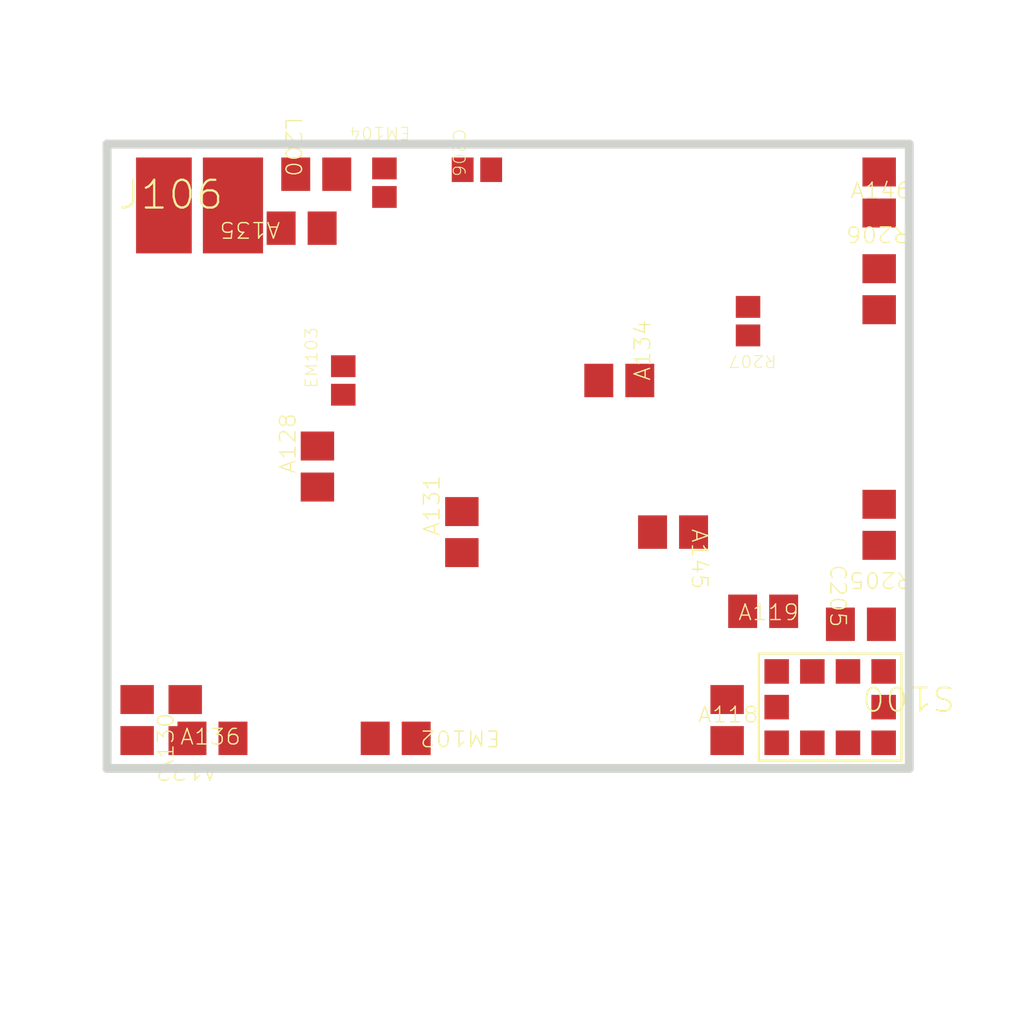
<source format=kicad_pcb>
 ( kicad_pcb  ( version 20171130 )
 ( host pcbnew "(5.1.0)-1" )
 ( general  ( thickness 1.6 )
 ( drawings 4 )
 ( tracks 0 )
 ( zones 0 )
 ( modules 22 )
 ( nets 21 )
)
 ( page A4 )
 ( layers  ( 0 F.Cu signal )
 ( 31 B.Cu signal )
 ( 32 B.Adhes user )
 ( 33 F.Adhes user )
 ( 34 B.Paste user )
 ( 35 F.Paste user )
 ( 36 B.SilkS user )
 ( 37 F.SilkS user )
 ( 38 B.Mask user )
 ( 39 F.Mask user )
 ( 40 Dwgs.User user )
 ( 41 Cmts.User user )
 ( 42 Eco1.User user )
 ( 43 Eco2.User user )
 ( 44 Edge.Cuts user )
 ( 45 Margin user )
 ( 46 B.CrtYd user )
 ( 47 F.CrtYd user )
 ( 48 B.Fab user )
 ( 49 F.Fab user )
)
 ( setup  ( last_trace_width 0.25 )
 ( trace_clearance 0.2 )
 ( zone_clearance 0.508 )
 ( zone_45_only no )
 ( trace_min 0.2 )
 ( via_size 0.8 )
 ( via_drill 0.4 )
 ( via_min_size 0.4 )
 ( via_min_drill 0.3 )
 ( uvia_size 0.3 )
 ( uvia_drill 0.1 )
 ( uvias_allowed no )
 ( uvia_min_size 0.2 )
 ( uvia_min_drill 0.1 )
 ( edge_width 0.05 )
 ( segment_width 0.2 )
 ( pcb_text_width 0.3 )
 ( pcb_text_size 1.5 1.5 )
 ( mod_edge_width 0.12 )
 ( mod_text_size 1 1 )
 ( mod_text_width 0.15 )
 ( pad_size 1.524 1.524 )
 ( pad_drill 0.762 )
 ( pad_to_mask_clearance 0.051 )
 ( solder_mask_min_width 0.25 )
 ( aux_axis_origin 0 0 )
 ( visible_elements FFFFFF7F )
 ( pcbplotparams  ( layerselection 0x010fc_ffffffff )
 ( usegerberextensions false )
 ( usegerberattributes false )
 ( usegerberadvancedattributes false )
 ( creategerberjobfile false )
 ( excludeedgelayer true )
 ( linewidth 0.150000 )
 ( plotframeref false )
 ( viasonmask false )
 ( mode 1 )
 ( useauxorigin false )
 ( hpglpennumber 1 )
 ( hpglpenspeed 20 )
 ( hpglpendiameter 15.000000 )
 ( psnegative false )
 ( psa4output false )
 ( plotreference true )
 ( plotvalue true )
 ( plotinvisibletext false )
 ( padsonsilk false )
 ( subtractmaskfromsilk false )
 ( outputformat 1 )
 ( mirror false )
 ( drillshape 1 )
 ( scaleselection 1 )
 ( outputdirectory "" )
)
)
 ( net 0 "" )
 ( net 1 CDC_MIC4_N )
 ( net 2 CDC_MIC4_P )
 ( net 3 GND )
 ( net 4 N17753078 )
 ( net 5 N17753084 )
 ( net 6 N17753221 )
 ( net 7 N17753329 )
 ( net 8 N17753375 )
 ( net 9 N17753406 )
 ( net 10 N17753412 )
 ( net 11 N17753435 )
 ( net 12 N17753447 )
 ( net 13 N17753582 )
 ( net 14 N17757419 )
 ( net 15 N17757474 )
 ( net 16 N17757493 )
 ( net 17 SDR_RFFE8_CLK )
 ( net 18 SDR_RFFE8_DATA )
 ( net 19 VREG_L15B_1P8 )
 ( net 20 WCD_MIC_BIAS4 )
 ( net_class Default "This is the default net class."  ( clearance 0.2 )
 ( trace_width 0.25 )
 ( via_dia 0.8 )
 ( via_drill 0.4 )
 ( uvia_dia 0.3 )
 ( uvia_drill 0.1 )
 ( add_net CDC_MIC4_N )
 ( add_net CDC_MIC4_P )
 ( add_net GND )
 ( add_net N17753078 )
 ( add_net N17753084 )
 ( add_net N17753221 )
 ( add_net N17753329 )
 ( add_net N17753375 )
 ( add_net N17753406 )
 ( add_net N17753412 )
 ( add_net N17753435 )
 ( add_net N17753447 )
 ( add_net N17753582 )
 ( add_net N17757419 )
 ( add_net N17757474 )
 ( add_net N17757493 )
 ( add_net SDR_RFFE8_CLK )
 ( add_net SDR_RFFE8_DATA )
 ( add_net VREG_L15B_1P8 )
 ( add_net WCD_MIC_BIAS4 )
)
 ( module ANT_1_0X1_7_P2_HT1_45_HD_1  ( layer F.Cu )
 ( tedit 0 )
 ( tstamp 682E8C7C )
 ( at 129.862500 385.687500 270.000000 )
 ( attr smd )
 ( fp_text reference J106  ( at -0.119265 0.14683 unlocked )
 ( layer F.SilkS )
 ( effects  ( font  ( size 0.311029 0.32715 )
 ( thickness 0.0254 )
)
)
)
 ( fp_text value KEY_2P_ANT_1_0X1_7_P2_HT1_45_HD  ( at -0.237065 -3.674508 unlocked )
 ( layer F.SilkS )
hide  ( effects  ( font  ( size 0.311029 0.32715 )
 ( thickness 0.0254 )
)
)
)
 ( pad 1 smd rect  ( at 0 -0.55 )
 ( size 0.675 1.075 )
 ( layers F.Cu F.Mask F.Paste )
 ( net 3 GND )
)
 ( pad 2 smd rect  ( at 0 0.225 )
 ( size 0.625 1.075 )
 ( layers F.Cu F.Mask F.Paste )
 ( net 3 GND )
)
)
 ( module IND0201-HT0_42_1  ( layer F.Cu )
 ( tedit 0 )
 ( tstamp 682E8C5F )
 ( at 131.360000 388.615000 90.000000 )
 ( attr smd )
 ( fp_text reference A128  ( at 0.25967 -0.332335 90 unlocked )
 ( layer F.SilkS )
 ( effects  ( font  ( size 0.174936 0.184002 )
 ( thickness 0.015 )
)
)
)
 ( fp_text value INDUCTOR_IND0201-HT0_42_3NH  ( at 0.133335 1.800023 unlocked )
 ( layer F.SilkS )
hide  ( effects  ( font  ( size 0.174936 0.184002 )
 ( thickness 0.015 )
)
)
)
 ( fp_line  ( start 0.23 0.884 )
 ( end 0.535 0.783 )
 ( layer B.Fab )
 ( width 0.0254 )
)
 ( fp_line  ( start 3.112 0.15 )
 ( end 3.213 0.455 )
 ( layer B.Fab )
 ( width 0.0254 )
)
 ( fp_line  ( start 3.112 0.76 )
 ( end 3.112 0.15 )
 ( layer B.Fab )
 ( width 0.0254 )
)
 ( fp_line  ( start 3.011 0.455 )
 ( end 3.112 0.15 )
 ( layer B.Fab )
 ( width 0.0254 )
)
 ( fp_line  ( start -0.046 0.15 )
 ( end 3.417 0.15 )
 ( layer B.Fab )
 ( width 0.0254 )
)
 ( fp_line  ( start 0.554 -0.15 )
 ( end 3.417 -0.15 )
 ( layer B.Fab )
 ( width 0.0254 )
)
 ( fp_line  ( start 3.011 -0.455 )
 ( end 3.112 -0.15 )
 ( layer B.Fab )
 ( width 0.0254 )
)
 ( fp_line  ( start 3.112 -0.15 )
 ( end 3.213 -0.455 )
 ( layer B.Fab )
 ( width 0.0254 )
)
 ( fp_line  ( start 3.112 -0.15 )
 ( end 3.112 -0.639 )
 ( layer B.Fab )
 ( width 0.0254 )
)
 ( fp_line  ( start 0.23 0.884 )
 ( end 0.535 0.985 )
 ( layer B.Fab )
 ( width 0.0254 )
)
 ( fp_line  ( start 0.3 1.39 )
 ( end 0.992 1.39 )
 ( layer B.Fab )
 ( width 0.0254 )
)
 ( fp_line  ( start -0.23 1.189 )
 ( end -0.23 0.254 )
 ( layer B.Fab )
 ( width 0.0254 )
)
 ( fp_line  ( start 0.3 1.39 )
 ( end 0.605 1.289 )
 ( layer B.Fab )
 ( width 0.0254 )
)
 ( fp_line  ( start 0.3 1.695 )
 ( end 0.3 0.104 )
 ( layer B.Fab )
 ( width 0.0254 )
)
 ( fp_line  ( start 0.23 1.189 )
 ( end 0.23 0.254 )
 ( layer B.Fab )
 ( width 0.0254 )
)
 ( fp_line  ( start -0.3 1.695 )
 ( end -0.3 0.404 )
 ( layer B.Fab )
 ( width 0.0254 )
)
 ( fp_line  ( start 0.3 1.39 )
 ( end 0.605 1.491 )
 ( layer B.Fab )
 ( width 0.0254 )
)
 ( fp_line  ( start 0.23 0.884 )
 ( end 1.002 0.884 )
 ( layer B.Fab )
 ( width 0.0254 )
)
 ( fp_line  ( start -0.535 0.783 )
 ( end -0.23 0.884 )
 ( layer B.Fab )
 ( width 0.0254 )
)
 ( fp_line  ( start -0.535 0.985 )
 ( end -0.23 0.884 )
 ( layer B.Fab )
 ( width 0.0254 )
)
 ( fp_line  ( start -0.84 0.884 )
 ( end -0.23 0.884 )
 ( layer B.Fab )
 ( width 0.0254 )
)
 ( fp_line  ( start -0.605 1.289 )
 ( end -0.3 1.39 )
 ( layer B.Fab )
 ( width 0.0254 )
)
 ( fp_line  ( start -0.605 1.491 )
 ( end -0.3 1.39 )
 ( layer B.Fab )
 ( width 0.0254 )
)
 ( fp_line  ( start -0.91 1.39 )
 ( end -0.3 1.39 )
 ( layer B.Fab )
 ( width 0.0254 )
)
 ( pad 1 smd rect  ( at -0.23 0 )
 ( size 0.375 0.325 )
 ( layers F.Cu F.Mask F.Paste )
 ( net 3 GND )
)
 ( pad 2 smd rect  ( at 0.23 0 )
 ( size 0.375 0.325 )
 ( layers F.Cu F.Mask F.Paste )
 ( net 8 N17753375 )
)
)
 ( module CAP01005_HT0_22_S0_38_1  ( layer F.Cu )
 ( tedit 0 )
 ( tstamp 682E8C5A )
 ( at 133.149452 385.287500 180.000000 )
 ( attr smd )
 ( fp_text reference C206  ( at 0.204 0.19204 270 unlocked )
 ( layer F.SilkS )
 ( effects  ( font  ( size 0.133299 0.140208 )
 ( thickness 0.01016 )
)
)
)
 ( fp_text value CAP_NP_CAP01005_HT0_22_S0_38_0.  ( at -0.1016 -1.5748 unlocked )
 ( layer F.SilkS )
hide  ( effects  ( font  ( size 0.133299 0.140208 )
 ( thickness 0.01016 )
)
)
)
 ( pad 1 smd rect  ( at -0.16 0 270.000000 )
 ( size 0.275 0.245 )
 ( layers F.Cu F.Mask F.Paste )
 ( net 20 WCD_MIC_BIAS4 )
)
 ( pad 2 smd rect  ( at 0.16 0 270.000000 )
 ( size 0.275 0.245 )
 ( layers F.Cu F.Mask F.Paste )
 ( net 3 GND )
)
)
 ( module CAP01005_HT0_22_NM_1  ( layer F.Cu )
 ( tedit 0 )
 ( tstamp 682E8C55 )
 ( at 131.650000 387.650000 90.000000 )
 ( attr smd )
 ( fp_text reference EM103  ( at 0.2548 -0.3566 90 unlocked )
 ( layer F.SilkS )
 ( effects  ( font  ( size 0.133299 0.140208 )
 ( thickness 0.01016 )
)
)
)
 ( fp_text value CAP_NM_CAP01005_HT0_22_NM_NM  ( at 0.1016 1.4224 unlocked )
 ( layer F.SilkS )
hide  ( effects  ( font  ( size 0.133299 0.140208 )
 ( thickness 0.01016 )
)
)
)
 ( pad 1 smd rect  ( at -0.16 0 )
 ( size 0.275 0.245 )
 ( layers F.Cu F.Mask F.Paste )
 ( net 11 N17753435 )
)
 ( pad 2 smd rect  ( at 0.16 0 )
 ( size 0.275 0.245 )
 ( layers F.Cu F.Mask F.Paste )
 ( net 3 GND )
)
)
 ( module CAP01005_HT0_22_NM_2  ( layer F.Cu )
 ( tedit 0 )
 ( tstamp 682E8C50 )
 ( at 132.111717 385.432500 90.000000 )
 ( attr smd )
 ( fp_text reference EM104  ( at 0.5596 -0.0518 180 unlocked )
 ( layer F.SilkS )
 ( effects  ( font  ( size 0.133299 0.140208 )
 ( thickness 0.01016 )
)
)
)
 ( fp_text value CAP_NM_CAP01005_HT0_22_NM_NM  ( at -1.4224 0.1016 unlocked )
 ( layer F.SilkS )
hide  ( effects  ( font  ( size 0.133299 0.140208 )
 ( thickness 0.01016 )
)
)
)
 ( pad 1 smd rect  ( at -0.16 0 270.000000 )
 ( size 0.245 0.275 )
 ( layers F.Cu F.Mask F.Paste )
 ( net 12 N17753447 )
)
 ( pad 2 smd rect  ( at 0.16 0 270.000000 )
 ( size 0.245 0.275 )
 ( layers F.Cu F.Mask F.Paste )
 ( net 3 GND )
)
)
 ( module RES01005_HT0_15_S0_38_1  ( layer F.Cu )
 ( tedit 0 )
 ( tstamp 682E8C4B )
 ( at 136.191000 386.985000 270.000000 )
 ( attr smd )
 ( fp_text reference R207  ( at 0.44784 -0.0518 180 unlocked )
 ( layer F.SilkS )
 ( effects  ( font  ( size 0.133299 0.140208 )
 ( thickness 0.01016 )
)
)
)
 ( fp_text value RES_RES01005_HT0_15_S0_38_0OHM  ( at -1.524 0.1016 unlocked )
 ( layer F.SilkS )
hide  ( effects  ( font  ( size 0.133299 0.140208 )
 ( thickness 0.01016 )
)
)
)
 ( pad 1 smd rect  ( at -0.16 0 90.000000 )
 ( size 0.245 0.275 )
 ( layers F.Cu F.Mask F.Paste )
 ( net 16 N17757493 )
)
 ( pad 2 smd rect  ( at 0.16 0 90.000000 )
 ( size 0.245 0.275 )
 ( layers F.Cu F.Mask F.Paste )
 ( net 3 GND )
)
)
 ( module CAP0201-HT0_33_NM_1  ( layer F.Cu )
 ( tedit 0 )
 ( tstamp 682E8C2E )
 ( at 134.746877 387.650000 )
 ( attr smd )
 ( fp_text reference A134  ( at 0.25967 -0.337335 90 unlocked )
 ( layer F.SilkS )
 ( effects  ( font  ( size 0.174936 0.184002 )
 ( thickness 0.015 )
)
)
)
 ( fp_text value CAP_NM_CAP0201-HT0_33_NM_NM  ( at 0.133335 1.800023 unlocked )
 ( layer F.SilkS )
hide  ( effects  ( font  ( size 0.174936 0.184002 )
 ( thickness 0.015 )
)
)
)
 ( fp_line  ( start 2.226 0.15 )
 ( end 2.328 0.455 )
 ( layer B.Fab )
 ( width 0.0254 )
)
 ( fp_line  ( start 0.23 0.636 )
 ( end 0.84 0.636 )
 ( layer B.Fab )
 ( width 0.0254 )
)
 ( fp_line  ( start 2.226 0.573 )
 ( end 2.226 0.15 )
 ( layer B.Fab )
 ( width 0.0254 )
)
 ( fp_line  ( start 2.125 0.455 )
 ( end 2.226 0.15 )
 ( layer B.Fab )
 ( width 0.0254 )
)
 ( fp_line  ( start 0.554 0.15 )
 ( end 2.48 0.15 )
 ( layer B.Fab )
 ( width 0.0254 )
)
 ( fp_line  ( start 0.23 0.636 )
 ( end 0.535 0.535 )
 ( layer B.Fab )
 ( width 0.0254 )
)
 ( fp_line  ( start 2.125 -0.455 )
 ( end 2.226 -0.15 )
 ( layer B.Fab )
 ( width 0.0254 )
)
 ( fp_line  ( start 0.554 -0.15 )
 ( end 2.48 -0.15 )
 ( layer B.Fab )
 ( width 0.0254 )
)
 ( fp_line  ( start 2.226 -0.15 )
 ( end 2.328 -0.455 )
 ( layer B.Fab )
 ( width 0.0254 )
)
 ( fp_line  ( start 2.226 -0.15 )
 ( end 2.226 -0.76 )
 ( layer B.Fab )
 ( width 0.0254 )
)
 ( fp_line  ( start 0.23 0.89 )
 ( end 0.23 0.254 )
 ( layer B.Fab )
 ( width 0.0254 )
)
 ( fp_line  ( start 0.3 1.272 )
 ( end 0.91 1.272 )
 ( layer B.Fab )
 ( width 0.0254 )
)
 ( fp_line  ( start -0.23 0.89 )
 ( end -0.23 0.254 )
 ( layer B.Fab )
 ( width 0.0254 )
)
 ( fp_line  ( start 0.3 1.272 )
 ( end 0.605 1.171 )
 ( layer B.Fab )
 ( width 0.0254 )
)
 ( fp_line  ( start 0.3 1.272 )
 ( end 0.605 1.374 )
 ( layer B.Fab )
 ( width 0.0254 )
)
 ( fp_line  ( start -0.3 1.526 )
 ( end -0.3 0.404 )
 ( layer B.Fab )
 ( width 0.0254 )
)
 ( fp_line  ( start -0.535 0.535 )
 ( end -0.23 0.636 )
 ( layer B.Fab )
 ( width 0.0254 )
)
 ( fp_line  ( start -0.535 0.738 )
 ( end -0.23 0.636 )
 ( layer B.Fab )
 ( width 0.0254 )
)
 ( fp_line  ( start -0.841 0.636 )
 ( end -0.23 0.636 )
 ( layer B.Fab )
 ( width 0.0254 )
)
 ( fp_line  ( start -0.605 1.171 )
 ( end -0.3 1.272 )
 ( layer B.Fab )
 ( width 0.0254 )
)
 ( fp_line  ( start -0.605 1.374 )
 ( end -0.3 1.272 )
 ( layer B.Fab )
 ( width 0.0254 )
)
 ( fp_line  ( start -0.841 1.272 )
 ( end -0.3 1.272 )
 ( layer B.Fab )
 ( width 0.0254 )
)
 ( fp_line  ( start 0.23 0.636 )
 ( end 0.535 0.738 )
 ( layer B.Fab )
 ( width 0.0254 )
)
 ( fp_line  ( start 0.3 1.526 )
 ( end 0.3 0.404 )
 ( layer B.Fab )
 ( width 0.0254 )
)
 ( pad 1 smd rect  ( at -0.23 0 270.000000 )
 ( size 0.375 0.325 )
 ( layers F.Cu F.Mask F.Paste )
 ( net 13 N17753582 )
)
 ( pad 2 smd rect  ( at 0.23 0 270.000000 )
 ( size 0.375 0.325 )
 ( layers F.Cu F.Mask F.Paste )
 ( net 3 GND )
)
)
 ( module CAP0201-HT0_33_NM_2  ( layer F.Cu )
 ( tedit 0 )
 ( tstamp 682E8C11 )
 ( at 131.182819 385.942562 180.000000 )
 ( attr smd )
 ( fp_text reference A135  ( at 0.57967 -0.017335 180 unlocked )
 ( layer F.SilkS )
 ( effects  ( font  ( size 0.174936 0.184002 )
 ( thickness 0.015 )
)
)
)
 ( fp_text value CAP_NM_CAP0201-HT0_33_NM_NM  ( at -1.800023 0.133335 unlocked )
 ( layer F.SilkS )
hide  ( effects  ( font  ( size 0.174936 0.184002 )
 ( thickness 0.015 )
)
)
)
 ( fp_line  ( start 2.226 0.15 )
 ( end 2.328 0.455 )
 ( layer B.Fab )
 ( width 0.0254 )
)
 ( fp_line  ( start 0.23 0.636 )
 ( end 0.84 0.636 )
 ( layer B.Fab )
 ( width 0.0254 )
)
 ( fp_line  ( start 2.226 0.573 )
 ( end 2.226 0.15 )
 ( layer B.Fab )
 ( width 0.0254 )
)
 ( fp_line  ( start 2.125 0.455 )
 ( end 2.226 0.15 )
 ( layer B.Fab )
 ( width 0.0254 )
)
 ( fp_line  ( start 0.554 0.15 )
 ( end 2.48 0.15 )
 ( layer B.Fab )
 ( width 0.0254 )
)
 ( fp_line  ( start 0.23 0.636 )
 ( end 0.535 0.535 )
 ( layer B.Fab )
 ( width 0.0254 )
)
 ( fp_line  ( start 2.125 -0.455 )
 ( end 2.226 -0.15 )
 ( layer B.Fab )
 ( width 0.0254 )
)
 ( fp_line  ( start 0.554 -0.15 )
 ( end 2.48 -0.15 )
 ( layer B.Fab )
 ( width 0.0254 )
)
 ( fp_line  ( start 2.226 -0.15 )
 ( end 2.328 -0.455 )
 ( layer B.Fab )
 ( width 0.0254 )
)
 ( fp_line  ( start 2.226 -0.15 )
 ( end 2.226 -0.76 )
 ( layer B.Fab )
 ( width 0.0254 )
)
 ( fp_line  ( start 0.23 0.89 )
 ( end 0.23 0.254 )
 ( layer B.Fab )
 ( width 0.0254 )
)
 ( fp_line  ( start 0.3 1.272 )
 ( end 0.91 1.272 )
 ( layer B.Fab )
 ( width 0.0254 )
)
 ( fp_line  ( start -0.23 0.89 )
 ( end -0.23 0.254 )
 ( layer B.Fab )
 ( width 0.0254 )
)
 ( fp_line  ( start 0.3 1.272 )
 ( end 0.605 1.171 )
 ( layer B.Fab )
 ( width 0.0254 )
)
 ( fp_line  ( start 0.3 1.272 )
 ( end 0.605 1.374 )
 ( layer B.Fab )
 ( width 0.0254 )
)
 ( fp_line  ( start -0.3 1.526 )
 ( end -0.3 0.404 )
 ( layer B.Fab )
 ( width 0.0254 )
)
 ( fp_line  ( start -0.535 0.535 )
 ( end -0.23 0.636 )
 ( layer B.Fab )
 ( width 0.0254 )
)
 ( fp_line  ( start -0.535 0.738 )
 ( end -0.23 0.636 )
 ( layer B.Fab )
 ( width 0.0254 )
)
 ( fp_line  ( start -0.841 0.636 )
 ( end -0.23 0.636 )
 ( layer B.Fab )
 ( width 0.0254 )
)
 ( fp_line  ( start -0.605 1.171 )
 ( end -0.3 1.272 )
 ( layer B.Fab )
 ( width 0.0254 )
)
 ( fp_line  ( start -0.605 1.374 )
 ( end -0.3 1.272 )
 ( layer B.Fab )
 ( width 0.0254 )
)
 ( fp_line  ( start -0.841 1.272 )
 ( end -0.3 1.272 )
 ( layer B.Fab )
 ( width 0.0254 )
)
 ( fp_line  ( start 0.23 0.636 )
 ( end 0.535 0.738 )
 ( layer B.Fab )
 ( width 0.0254 )
)
 ( fp_line  ( start 0.3 1.526 )
 ( end 0.3 0.404 )
 ( layer B.Fab )
 ( width 0.0254 )
)
 ( pad 1 smd rect  ( at -0.23 0 )
 ( size 0.325 0.375 )
 ( layers F.Cu F.Mask F.Paste )
 ( net 4 N17753078 )
)
 ( pad 2 smd rect  ( at 0.23 0 )
 ( size 0.325 0.375 )
 ( layers F.Cu F.Mask F.Paste )
 ( net 3 GND )
)
)
 ( module CAP0201-HT0_33_1  ( layer F.Cu )
 ( tedit 0 )
 ( tstamp 682E8BF4 )
 ( at 129.337500 391.457500 270.000000 )
 ( attr smd )
 ( fp_text reference A130  ( at 0.25767 -0.321335 90 unlocked )
 ( layer F.SilkS )
 ( effects  ( font  ( size 0.174936 0.184002 )
 ( thickness 0.015 )
)
)
)
 ( fp_text value CAP_NP_CAP0201-HT0_33_0.4PF  ( at 0.133335 1.800023 unlocked )
 ( layer F.SilkS )
hide  ( effects  ( font  ( size 0.174936 0.184002 )
 ( thickness 0.015 )
)
)
)
 ( fp_line  ( start 2.226 0.15 )
 ( end 2.328 0.455 )
 ( layer B.Fab )
 ( width 0.0254 )
)
 ( fp_line  ( start 0.23 0.636 )
 ( end 0.84 0.636 )
 ( layer B.Fab )
 ( width 0.0254 )
)
 ( fp_line  ( start 2.226 0.573 )
 ( end 2.226 0.15 )
 ( layer B.Fab )
 ( width 0.0254 )
)
 ( fp_line  ( start 2.125 0.455 )
 ( end 2.226 0.15 )
 ( layer B.Fab )
 ( width 0.0254 )
)
 ( fp_line  ( start 0.554 0.15 )
 ( end 2.48 0.15 )
 ( layer B.Fab )
 ( width 0.0254 )
)
 ( fp_line  ( start 0.23 0.636 )
 ( end 0.535 0.535 )
 ( layer B.Fab )
 ( width 0.0254 )
)
 ( fp_line  ( start 2.125 -0.455 )
 ( end 2.226 -0.15 )
 ( layer B.Fab )
 ( width 0.0254 )
)
 ( fp_line  ( start 0.554 -0.15 )
 ( end 2.48 -0.15 )
 ( layer B.Fab )
 ( width 0.0254 )
)
 ( fp_line  ( start 2.226 -0.15 )
 ( end 2.328 -0.455 )
 ( layer B.Fab )
 ( width 0.0254 )
)
 ( fp_line  ( start 2.226 -0.15 )
 ( end 2.226 -0.76 )
 ( layer B.Fab )
 ( width 0.0254 )
)
 ( fp_line  ( start 0.23 0.89 )
 ( end 0.23 0.254 )
 ( layer B.Fab )
 ( width 0.0254 )
)
 ( fp_line  ( start 0.3 1.272 )
 ( end 0.91 1.272 )
 ( layer B.Fab )
 ( width 0.0254 )
)
 ( fp_line  ( start -0.23 0.89 )
 ( end -0.23 0.254 )
 ( layer B.Fab )
 ( width 0.0254 )
)
 ( fp_line  ( start 0.3 1.272 )
 ( end 0.605 1.171 )
 ( layer B.Fab )
 ( width 0.0254 )
)
 ( fp_line  ( start 0.3 1.272 )
 ( end 0.605 1.374 )
 ( layer B.Fab )
 ( width 0.0254 )
)
 ( fp_line  ( start -0.3 1.526 )
 ( end -0.3 0.404 )
 ( layer B.Fab )
 ( width 0.0254 )
)
 ( fp_line  ( start -0.535 0.535 )
 ( end -0.23 0.636 )
 ( layer B.Fab )
 ( width 0.0254 )
)
 ( fp_line  ( start -0.535 0.738 )
 ( end -0.23 0.636 )
 ( layer B.Fab )
 ( width 0.0254 )
)
 ( fp_line  ( start -0.841 0.636 )
 ( end -0.23 0.636 )
 ( layer B.Fab )
 ( width 0.0254 )
)
 ( fp_line  ( start -0.605 1.171 )
 ( end -0.3 1.272 )
 ( layer B.Fab )
 ( width 0.0254 )
)
 ( fp_line  ( start -0.605 1.374 )
 ( end -0.3 1.272 )
 ( layer B.Fab )
 ( width 0.0254 )
)
 ( fp_line  ( start -0.841 1.272 )
 ( end -0.3 1.272 )
 ( layer B.Fab )
 ( width 0.0254 )
)
 ( fp_line  ( start 0.23 0.636 )
 ( end 0.535 0.738 )
 ( layer B.Fab )
 ( width 0.0254 )
)
 ( fp_line  ( start 0.3 1.526 )
 ( end 0.3 0.404 )
 ( layer B.Fab )
 ( width 0.0254 )
)
 ( pad 1 smd rect  ( at -0.23 0 180.000000 )
 ( size 0.375 0.325 )
 ( layers F.Cu F.Mask F.Paste )
 ( net 10 N17753412 )
)
 ( pad 2 smd rect  ( at 0.23 0 180.000000 )
 ( size 0.375 0.325 )
 ( layers F.Cu F.Mask F.Paste )
 ( net 4 N17753078 )
)
)
 ( module CAP0201-HT0_33_3  ( layer F.Cu )
 ( tedit 0 )
 ( tstamp 682E8BD7 )
 ( at 132.238118 391.662500 )
 ( attr smd )
 ( fp_text reference EM102  ( at 0.724338 -0.001335 180 unlocked )
 ( layer F.SilkS )
 ( effects  ( font  ( size 0.174936 0.184002 )
 ( thickness 0.015 )
)
)
)
 ( fp_text value CAP_NP_CAP0201-HT0_33_100PF  ( at -1.800023 0.133335 unlocked )
 ( layer F.SilkS )
hide  ( effects  ( font  ( size 0.174936 0.184002 )
 ( thickness 0.015 )
)
)
)
 ( fp_line  ( start 2.226 0.15 )
 ( end 2.328 0.455 )
 ( layer B.Fab )
 ( width 0.0254 )
)
 ( fp_line  ( start 0.23 0.636 )
 ( end 0.84 0.636 )
 ( layer B.Fab )
 ( width 0.0254 )
)
 ( fp_line  ( start 2.226 0.573 )
 ( end 2.226 0.15 )
 ( layer B.Fab )
 ( width 0.0254 )
)
 ( fp_line  ( start 2.125 0.455 )
 ( end 2.226 0.15 )
 ( layer B.Fab )
 ( width 0.0254 )
)
 ( fp_line  ( start 0.554 0.15 )
 ( end 2.48 0.15 )
 ( layer B.Fab )
 ( width 0.0254 )
)
 ( fp_line  ( start 0.23 0.636 )
 ( end 0.535 0.535 )
 ( layer B.Fab )
 ( width 0.0254 )
)
 ( fp_line  ( start 2.125 -0.455 )
 ( end 2.226 -0.15 )
 ( layer B.Fab )
 ( width 0.0254 )
)
 ( fp_line  ( start 0.554 -0.15 )
 ( end 2.48 -0.15 )
 ( layer B.Fab )
 ( width 0.0254 )
)
 ( fp_line  ( start 2.226 -0.15 )
 ( end 2.328 -0.455 )
 ( layer B.Fab )
 ( width 0.0254 )
)
 ( fp_line  ( start 2.226 -0.15 )
 ( end 2.226 -0.76 )
 ( layer B.Fab )
 ( width 0.0254 )
)
 ( fp_line  ( start 0.23 0.89 )
 ( end 0.23 0.254 )
 ( layer B.Fab )
 ( width 0.0254 )
)
 ( fp_line  ( start 0.3 1.272 )
 ( end 0.91 1.272 )
 ( layer B.Fab )
 ( width 0.0254 )
)
 ( fp_line  ( start -0.23 0.89 )
 ( end -0.23 0.254 )
 ( layer B.Fab )
 ( width 0.0254 )
)
 ( fp_line  ( start 0.3 1.272 )
 ( end 0.605 1.171 )
 ( layer B.Fab )
 ( width 0.0254 )
)
 ( fp_line  ( start 0.3 1.272 )
 ( end 0.605 1.374 )
 ( layer B.Fab )
 ( width 0.0254 )
)
 ( fp_line  ( start -0.3 1.526 )
 ( end -0.3 0.404 )
 ( layer B.Fab )
 ( width 0.0254 )
)
 ( fp_line  ( start -0.535 0.535 )
 ( end -0.23 0.636 )
 ( layer B.Fab )
 ( width 0.0254 )
)
 ( fp_line  ( start -0.535 0.738 )
 ( end -0.23 0.636 )
 ( layer B.Fab )
 ( width 0.0254 )
)
 ( fp_line  ( start -0.841 0.636 )
 ( end -0.23 0.636 )
 ( layer B.Fab )
 ( width 0.0254 )
)
 ( fp_line  ( start -0.605 1.171 )
 ( end -0.3 1.272 )
 ( layer B.Fab )
 ( width 0.0254 )
)
 ( fp_line  ( start -0.605 1.374 )
 ( end -0.3 1.272 )
 ( layer B.Fab )
 ( width 0.0254 )
)
 ( fp_line  ( start -0.841 1.272 )
 ( end -0.3 1.272 )
 ( layer B.Fab )
 ( width 0.0254 )
)
 ( fp_line  ( start 0.23 0.636 )
 ( end 0.535 0.738 )
 ( layer B.Fab )
 ( width 0.0254 )
)
 ( fp_line  ( start 0.3 1.526 )
 ( end 0.3 0.404 )
 ( layer B.Fab )
 ( width 0.0254 )
)
 ( pad 1 smd rect  ( at -0.23 0 180.000000 )
 ( size 0.325 0.375 )
 ( layers F.Cu F.Mask F.Paste )
 ( net 9 N17753406 )
)
 ( pad 2 smd rect  ( at 0.23 0 180.000000 )
 ( size 0.325 0.375 )
 ( layers F.Cu F.Mask F.Paste )
 ( net 3 GND )
)
)
 ( module CAP0201-HT0_33_4  ( layer F.Cu )
 ( tedit 0 )
 ( tstamp 682E8BBA )
 ( at 137.457500 390.383851 180.000000 )
 ( attr smd )
 ( fp_text reference C205  ( at 0.25767 0.318665 270 unlocked )
 ( layer F.SilkS )
 ( effects  ( font  ( size 0.174936 0.184002 )
 ( thickness 0.015 )
)
)
)
 ( fp_text value CAP_NP_CAP0201-HT0_33_33PF  ( at -0.133335 -1.733355 unlocked )
 ( layer F.SilkS )
hide  ( effects  ( font  ( size 0.174936 0.184002 )
 ( thickness 0.015 )
)
)
)
 ( fp_line  ( start 2.226 0.15 )
 ( end 2.328 0.455 )
 ( layer B.Fab )
 ( width 0.0254 )
)
 ( fp_line  ( start 0.23 0.636 )
 ( end 0.84 0.636 )
 ( layer B.Fab )
 ( width 0.0254 )
)
 ( fp_line  ( start 2.226 0.573 )
 ( end 2.226 0.15 )
 ( layer B.Fab )
 ( width 0.0254 )
)
 ( fp_line  ( start 2.125 0.455 )
 ( end 2.226 0.15 )
 ( layer B.Fab )
 ( width 0.0254 )
)
 ( fp_line  ( start 0.554 0.15 )
 ( end 2.48 0.15 )
 ( layer B.Fab )
 ( width 0.0254 )
)
 ( fp_line  ( start 0.23 0.636 )
 ( end 0.535 0.535 )
 ( layer B.Fab )
 ( width 0.0254 )
)
 ( fp_line  ( start 2.125 -0.455 )
 ( end 2.226 -0.15 )
 ( layer B.Fab )
 ( width 0.0254 )
)
 ( fp_line  ( start 0.554 -0.15 )
 ( end 2.48 -0.15 )
 ( layer B.Fab )
 ( width 0.0254 )
)
 ( fp_line  ( start 2.226 -0.15 )
 ( end 2.328 -0.455 )
 ( layer B.Fab )
 ( width 0.0254 )
)
 ( fp_line  ( start 2.226 -0.15 )
 ( end 2.226 -0.76 )
 ( layer B.Fab )
 ( width 0.0254 )
)
 ( fp_line  ( start 0.23 0.89 )
 ( end 0.23 0.254 )
 ( layer B.Fab )
 ( width 0.0254 )
)
 ( fp_line  ( start 0.3 1.272 )
 ( end 0.91 1.272 )
 ( layer B.Fab )
 ( width 0.0254 )
)
 ( fp_line  ( start -0.23 0.89 )
 ( end -0.23 0.254 )
 ( layer B.Fab )
 ( width 0.0254 )
)
 ( fp_line  ( start 0.3 1.272 )
 ( end 0.605 1.171 )
 ( layer B.Fab )
 ( width 0.0254 )
)
 ( fp_line  ( start 0.3 1.272 )
 ( end 0.605 1.374 )
 ( layer B.Fab )
 ( width 0.0254 )
)
 ( fp_line  ( start -0.3 1.526 )
 ( end -0.3 0.404 )
 ( layer B.Fab )
 ( width 0.0254 )
)
 ( fp_line  ( start -0.535 0.535 )
 ( end -0.23 0.636 )
 ( layer B.Fab )
 ( width 0.0254 )
)
 ( fp_line  ( start -0.535 0.738 )
 ( end -0.23 0.636 )
 ( layer B.Fab )
 ( width 0.0254 )
)
 ( fp_line  ( start -0.841 0.636 )
 ( end -0.23 0.636 )
 ( layer B.Fab )
 ( width 0.0254 )
)
 ( fp_line  ( start -0.605 1.171 )
 ( end -0.3 1.272 )
 ( layer B.Fab )
 ( width 0.0254 )
)
 ( fp_line  ( start -0.605 1.374 )
 ( end -0.3 1.272 )
 ( layer B.Fab )
 ( width 0.0254 )
)
 ( fp_line  ( start -0.841 1.272 )
 ( end -0.3 1.272 )
 ( layer B.Fab )
 ( width 0.0254 )
)
 ( fp_line  ( start 0.23 0.636 )
 ( end 0.535 0.738 )
 ( layer B.Fab )
 ( width 0.0254 )
)
 ( fp_line  ( start 0.3 1.526 )
 ( end 0.3 0.404 )
 ( layer B.Fab )
 ( width 0.0254 )
)
 ( pad 1 smd rect  ( at -0.23 0 270.000000 )
 ( size 0.375 0.325 )
 ( layers F.Cu F.Mask F.Paste )
 ( net 2 CDC_MIC4_P )
)
 ( pad 2 smd rect  ( at 0.23 0 270.000000 )
 ( size 0.375 0.325 )
 ( layers F.Cu F.Mask F.Paste )
 ( net 1 CDC_MIC4_N )
)
)
 ( module IND0201-HT0_35_1  ( layer F.Cu )
 ( tedit 0 )
 ( tstamp 682E8B9D )
 ( at 129.877000 391.458000 270.000000 )
 ( attr smd )
 ( fp_text reference A122  ( at 0.57967 -0.012335 180 unlocked )
 ( layer F.SilkS )
 ( effects  ( font  ( size 0.174936 0.184002 )
 ( thickness 0.015 )
)
)
)
 ( fp_text value INDUCTOR_IND0201-HT0_35_1NH  ( at -1.800023 0.133335 unlocked )
 ( layer F.SilkS )
hide  ( effects  ( font  ( size 0.174936 0.184002 )
 ( thickness 0.015 )
)
)
)
 ( fp_line  ( start 0.23 0.884 )
 ( end 0.535 0.783 )
 ( layer B.Fab )
 ( width 0.0254 )
)
 ( fp_line  ( start 3.112 0.15 )
 ( end 3.213 0.455 )
 ( layer B.Fab )
 ( width 0.0254 )
)
 ( fp_line  ( start 3.112 0.76 )
 ( end 3.112 0.15 )
 ( layer B.Fab )
 ( width 0.0254 )
)
 ( fp_line  ( start 3.011 0.455 )
 ( end 3.112 0.15 )
 ( layer B.Fab )
 ( width 0.0254 )
)
 ( fp_line  ( start -0.046 0.15 )
 ( end 3.417 0.15 )
 ( layer B.Fab )
 ( width 0.0254 )
)
 ( fp_line  ( start 0.554 -0.15 )
 ( end 3.417 -0.15 )
 ( layer B.Fab )
 ( width 0.0254 )
)
 ( fp_line  ( start 3.011 -0.455 )
 ( end 3.112 -0.15 )
 ( layer B.Fab )
 ( width 0.0254 )
)
 ( fp_line  ( start 3.112 -0.15 )
 ( end 3.213 -0.455 )
 ( layer B.Fab )
 ( width 0.0254 )
)
 ( fp_line  ( start 3.112 -0.15 )
 ( end 3.112 -0.639 )
 ( layer B.Fab )
 ( width 0.0254 )
)
 ( fp_line  ( start 0.23 0.884 )
 ( end 0.535 0.985 )
 ( layer B.Fab )
 ( width 0.0254 )
)
 ( fp_line  ( start 0.3 1.39 )
 ( end 0.992 1.39 )
 ( layer B.Fab )
 ( width 0.0254 )
)
 ( fp_line  ( start -0.23 1.189 )
 ( end -0.23 0.254 )
 ( layer B.Fab )
 ( width 0.0254 )
)
 ( fp_line  ( start 0.3 1.39 )
 ( end 0.605 1.289 )
 ( layer B.Fab )
 ( width 0.0254 )
)
 ( fp_line  ( start 0.3 1.695 )
 ( end 0.3 0.104 )
 ( layer B.Fab )
 ( width 0.0254 )
)
 ( fp_line  ( start 0.23 1.189 )
 ( end 0.23 0.254 )
 ( layer B.Fab )
 ( width 0.0254 )
)
 ( fp_line  ( start -0.3 1.695 )
 ( end -0.3 0.404 )
 ( layer B.Fab )
 ( width 0.0254 )
)
 ( fp_line  ( start 0.3 1.39 )
 ( end 0.605 1.491 )
 ( layer B.Fab )
 ( width 0.0254 )
)
 ( fp_line  ( start 0.23 0.884 )
 ( end 1.002 0.884 )
 ( layer B.Fab )
 ( width 0.0254 )
)
 ( fp_line  ( start -0.535 0.783 )
 ( end -0.23 0.884 )
 ( layer B.Fab )
 ( width 0.0254 )
)
 ( fp_line  ( start -0.535 0.985 )
 ( end -0.23 0.884 )
 ( layer B.Fab )
 ( width 0.0254 )
)
 ( fp_line  ( start -0.84 0.884 )
 ( end -0.23 0.884 )
 ( layer B.Fab )
 ( width 0.0254 )
)
 ( fp_line  ( start -0.605 1.289 )
 ( end -0.3 1.39 )
 ( layer B.Fab )
 ( width 0.0254 )
)
 ( fp_line  ( start -0.605 1.491 )
 ( end -0.3 1.39 )
 ( layer B.Fab )
 ( width 0.0254 )
)
 ( fp_line  ( start -0.91 1.39 )
 ( end -0.3 1.39 )
 ( layer B.Fab )
 ( width 0.0254 )
)
 ( pad 1 smd rect  ( at -0.23 0 90.000000 )
 ( size 0.325 0.375 )
 ( layers F.Cu F.Mask F.Paste )
 ( net 4 N17753078 )
)
 ( pad 2 smd rect  ( at 0.23 0 90.000000 )
 ( size 0.325 0.375 )
 ( layers F.Cu F.Mask F.Paste )
 ( net 5 N17753084 )
)
)
 ( module IND0201-HT0_35_2  ( layer F.Cu )
 ( tedit 0 )
 ( tstamp 682E8B80 )
 ( at 135.956571 391.457500 270.000000 )
 ( attr smd )
 ( fp_text reference A118  ( at -0.06033 -0.012335 unlocked )
 ( layer F.SilkS )
 ( effects  ( font  ( size 0.174936 0.184002 )
 ( thickness 0.015 )
)
)
)
 ( fp_text value INDUCTOR_IND0201-HT0_35_11NH  ( at 1.86669 -0.133335 unlocked )
 ( layer F.SilkS )
hide  ( effects  ( font  ( size 0.174936 0.184002 )
 ( thickness 0.015 )
)
)
)
 ( fp_line  ( start 0.23 0.884 )
 ( end 0.535 0.783 )
 ( layer B.Fab )
 ( width 0.0254 )
)
 ( fp_line  ( start 3.112 0.15 )
 ( end 3.213 0.455 )
 ( layer B.Fab )
 ( width 0.0254 )
)
 ( fp_line  ( start 3.112 0.76 )
 ( end 3.112 0.15 )
 ( layer B.Fab )
 ( width 0.0254 )
)
 ( fp_line  ( start 3.011 0.455 )
 ( end 3.112 0.15 )
 ( layer B.Fab )
 ( width 0.0254 )
)
 ( fp_line  ( start -0.046 0.15 )
 ( end 3.417 0.15 )
 ( layer B.Fab )
 ( width 0.0254 )
)
 ( fp_line  ( start 0.554 -0.15 )
 ( end 3.417 -0.15 )
 ( layer B.Fab )
 ( width 0.0254 )
)
 ( fp_line  ( start 3.011 -0.455 )
 ( end 3.112 -0.15 )
 ( layer B.Fab )
 ( width 0.0254 )
)
 ( fp_line  ( start 3.112 -0.15 )
 ( end 3.213 -0.455 )
 ( layer B.Fab )
 ( width 0.0254 )
)
 ( fp_line  ( start 3.112 -0.15 )
 ( end 3.112 -0.639 )
 ( layer B.Fab )
 ( width 0.0254 )
)
 ( fp_line  ( start 0.23 0.884 )
 ( end 0.535 0.985 )
 ( layer B.Fab )
 ( width 0.0254 )
)
 ( fp_line  ( start 0.3 1.39 )
 ( end 0.992 1.39 )
 ( layer B.Fab )
 ( width 0.0254 )
)
 ( fp_line  ( start -0.23 1.189 )
 ( end -0.23 0.254 )
 ( layer B.Fab )
 ( width 0.0254 )
)
 ( fp_line  ( start 0.3 1.39 )
 ( end 0.605 1.289 )
 ( layer B.Fab )
 ( width 0.0254 )
)
 ( fp_line  ( start 0.3 1.695 )
 ( end 0.3 0.104 )
 ( layer B.Fab )
 ( width 0.0254 )
)
 ( fp_line  ( start 0.23 1.189 )
 ( end 0.23 0.254 )
 ( layer B.Fab )
 ( width 0.0254 )
)
 ( fp_line  ( start -0.3 1.695 )
 ( end -0.3 0.404 )
 ( layer B.Fab )
 ( width 0.0254 )
)
 ( fp_line  ( start 0.3 1.39 )
 ( end 0.605 1.491 )
 ( layer B.Fab )
 ( width 0.0254 )
)
 ( fp_line  ( start 0.23 0.884 )
 ( end 1.002 0.884 )
 ( layer B.Fab )
 ( width 0.0254 )
)
 ( fp_line  ( start -0.535 0.783 )
 ( end -0.23 0.884 )
 ( layer B.Fab )
 ( width 0.0254 )
)
 ( fp_line  ( start -0.535 0.985 )
 ( end -0.23 0.884 )
 ( layer B.Fab )
 ( width 0.0254 )
)
 ( fp_line  ( start -0.84 0.884 )
 ( end -0.23 0.884 )
 ( layer B.Fab )
 ( width 0.0254 )
)
 ( fp_line  ( start -0.605 1.289 )
 ( end -0.3 1.39 )
 ( layer B.Fab )
 ( width 0.0254 )
)
 ( fp_line  ( start -0.605 1.491 )
 ( end -0.3 1.39 )
 ( layer B.Fab )
 ( width 0.0254 )
)
 ( fp_line  ( start -0.91 1.39 )
 ( end -0.3 1.39 )
 ( layer B.Fab )
 ( width 0.0254 )
)
 ( pad 1 smd rect  ( at -0.23 0 270.000000 )
 ( size 0.325 0.375 )
 ( layers F.Cu F.Mask F.Paste )
 ( net 3 GND )
)
 ( pad 2 smd rect  ( at 0.23 0 270.000000 )
 ( size 0.325 0.375 )
 ( layers F.Cu F.Mask F.Paste )
 ( net 7 N17753329 )
)
)
 ( module IND0201-HT0_35_3  ( layer F.Cu )
 ( tedit 0 )
 ( tstamp 682E8B63 )
 ( at 136.360907 390.238111 180.000000 )
 ( attr smd )
 ( fp_text reference A119  ( at -0.06033 -0.012335 unlocked )
 ( layer F.SilkS )
 ( effects  ( font  ( size 0.174936 0.184002 )
 ( thickness 0.015 )
)
)
)
 ( fp_text value INDUCTOR_IND0201-HT0_35_5.6NH  ( at 1.933358 -0.133335 unlocked )
 ( layer F.SilkS )
hide  ( effects  ( font  ( size 0.174936 0.184002 )
 ( thickness 0.015 )
)
)
)
 ( fp_line  ( start 0.23 0.884 )
 ( end 0.535 0.783 )
 ( layer B.Fab )
 ( width 0.0254 )
)
 ( fp_line  ( start 3.112 0.15 )
 ( end 3.213 0.455 )
 ( layer B.Fab )
 ( width 0.0254 )
)
 ( fp_line  ( start 3.112 0.76 )
 ( end 3.112 0.15 )
 ( layer B.Fab )
 ( width 0.0254 )
)
 ( fp_line  ( start 3.011 0.455 )
 ( end 3.112 0.15 )
 ( layer B.Fab )
 ( width 0.0254 )
)
 ( fp_line  ( start -0.046 0.15 )
 ( end 3.417 0.15 )
 ( layer B.Fab )
 ( width 0.0254 )
)
 ( fp_line  ( start 0.554 -0.15 )
 ( end 3.417 -0.15 )
 ( layer B.Fab )
 ( width 0.0254 )
)
 ( fp_line  ( start 3.011 -0.455 )
 ( end 3.112 -0.15 )
 ( layer B.Fab )
 ( width 0.0254 )
)
 ( fp_line  ( start 3.112 -0.15 )
 ( end 3.213 -0.455 )
 ( layer B.Fab )
 ( width 0.0254 )
)
 ( fp_line  ( start 3.112 -0.15 )
 ( end 3.112 -0.639 )
 ( layer B.Fab )
 ( width 0.0254 )
)
 ( fp_line  ( start 0.23 0.884 )
 ( end 0.535 0.985 )
 ( layer B.Fab )
 ( width 0.0254 )
)
 ( fp_line  ( start 0.3 1.39 )
 ( end 0.992 1.39 )
 ( layer B.Fab )
 ( width 0.0254 )
)
 ( fp_line  ( start -0.23 1.189 )
 ( end -0.23 0.254 )
 ( layer B.Fab )
 ( width 0.0254 )
)
 ( fp_line  ( start 0.3 1.39 )
 ( end 0.605 1.289 )
 ( layer B.Fab )
 ( width 0.0254 )
)
 ( fp_line  ( start 0.3 1.695 )
 ( end 0.3 0.104 )
 ( layer B.Fab )
 ( width 0.0254 )
)
 ( fp_line  ( start 0.23 1.189 )
 ( end 0.23 0.254 )
 ( layer B.Fab )
 ( width 0.0254 )
)
 ( fp_line  ( start -0.3 1.695 )
 ( end -0.3 0.404 )
 ( layer B.Fab )
 ( width 0.0254 )
)
 ( fp_line  ( start 0.3 1.39 )
 ( end 0.605 1.491 )
 ( layer B.Fab )
 ( width 0.0254 )
)
 ( fp_line  ( start 0.23 0.884 )
 ( end 1.002 0.884 )
 ( layer B.Fab )
 ( width 0.0254 )
)
 ( fp_line  ( start -0.535 0.783 )
 ( end -0.23 0.884 )
 ( layer B.Fab )
 ( width 0.0254 )
)
 ( fp_line  ( start -0.535 0.985 )
 ( end -0.23 0.884 )
 ( layer B.Fab )
 ( width 0.0254 )
)
 ( fp_line  ( start -0.84 0.884 )
 ( end -0.23 0.884 )
 ( layer B.Fab )
 ( width 0.0254 )
)
 ( fp_line  ( start -0.605 1.289 )
 ( end -0.3 1.39 )
 ( layer B.Fab )
 ( width 0.0254 )
)
 ( fp_line  ( start -0.605 1.491 )
 ( end -0.3 1.39 )
 ( layer B.Fab )
 ( width 0.0254 )
)
 ( fp_line  ( start -0.91 1.39 )
 ( end -0.3 1.39 )
 ( layer B.Fab )
 ( width 0.0254 )
)
 ( pad 1 smd rect  ( at -0.23 0 180.000000 )
 ( size 0.325 0.375 )
 ( layers F.Cu F.Mask F.Paste )
 ( net 3 GND )
)
 ( pad 2 smd rect  ( at 0.23 0 180.000000 )
 ( size 0.325 0.375 )
 ( layers F.Cu F.Mask F.Paste )
 ( net 6 N17753221 )
)
)
 ( module IND0201-HT0_35_4  ( layer F.Cu )
 ( tedit 0 )
 ( tstamp 682E8B46 )
 ( at 131.347048 385.337500 180.000000 )
 ( attr smd )
 ( fp_text reference L200  ( at 0.25967 0.307665 270 unlocked )
 ( layer F.SilkS )
 ( effects  ( font  ( size 0.174936 0.184002 )
 ( thickness 0.015 )
)
)
)
 ( fp_text value INDUCTOR_IND0201-HT0_35_180NH  ( at -0.133335 -1.933358 unlocked )
 ( layer F.SilkS )
hide  ( effects  ( font  ( size 0.174936 0.184002 )
 ( thickness 0.015 )
)
)
)
 ( fp_line  ( start 0.23 0.884 )
 ( end 0.535 0.783 )
 ( layer B.Fab )
 ( width 0.0254 )
)
 ( fp_line  ( start 3.112 0.15 )
 ( end 3.213 0.455 )
 ( layer B.Fab )
 ( width 0.0254 )
)
 ( fp_line  ( start 3.112 0.76 )
 ( end 3.112 0.15 )
 ( layer B.Fab )
 ( width 0.0254 )
)
 ( fp_line  ( start 3.011 0.455 )
 ( end 3.112 0.15 )
 ( layer B.Fab )
 ( width 0.0254 )
)
 ( fp_line  ( start -0.046 0.15 )
 ( end 3.417 0.15 )
 ( layer B.Fab )
 ( width 0.0254 )
)
 ( fp_line  ( start 0.554 -0.15 )
 ( end 3.417 -0.15 )
 ( layer B.Fab )
 ( width 0.0254 )
)
 ( fp_line  ( start 3.011 -0.455 )
 ( end 3.112 -0.15 )
 ( layer B.Fab )
 ( width 0.0254 )
)
 ( fp_line  ( start 3.112 -0.15 )
 ( end 3.213 -0.455 )
 ( layer B.Fab )
 ( width 0.0254 )
)
 ( fp_line  ( start 3.112 -0.15 )
 ( end 3.112 -0.639 )
 ( layer B.Fab )
 ( width 0.0254 )
)
 ( fp_line  ( start 0.23 0.884 )
 ( end 0.535 0.985 )
 ( layer B.Fab )
 ( width 0.0254 )
)
 ( fp_line  ( start 0.3 1.39 )
 ( end 0.992 1.39 )
 ( layer B.Fab )
 ( width 0.0254 )
)
 ( fp_line  ( start -0.23 1.189 )
 ( end -0.23 0.254 )
 ( layer B.Fab )
 ( width 0.0254 )
)
 ( fp_line  ( start 0.3 1.39 )
 ( end 0.605 1.289 )
 ( layer B.Fab )
 ( width 0.0254 )
)
 ( fp_line  ( start 0.3 1.695 )
 ( end 0.3 0.104 )
 ( layer B.Fab )
 ( width 0.0254 )
)
 ( fp_line  ( start 0.23 1.189 )
 ( end 0.23 0.254 )
 ( layer B.Fab )
 ( width 0.0254 )
)
 ( fp_line  ( start -0.3 1.695 )
 ( end -0.3 0.404 )
 ( layer B.Fab )
 ( width 0.0254 )
)
 ( fp_line  ( start 0.3 1.39 )
 ( end 0.605 1.491 )
 ( layer B.Fab )
 ( width 0.0254 )
)
 ( fp_line  ( start 0.23 0.884 )
 ( end 1.002 0.884 )
 ( layer B.Fab )
 ( width 0.0254 )
)
 ( fp_line  ( start -0.535 0.783 )
 ( end -0.23 0.884 )
 ( layer B.Fab )
 ( width 0.0254 )
)
 ( fp_line  ( start -0.535 0.985 )
 ( end -0.23 0.884 )
 ( layer B.Fab )
 ( width 0.0254 )
)
 ( fp_line  ( start -0.84 0.884 )
 ( end -0.23 0.884 )
 ( layer B.Fab )
 ( width 0.0254 )
)
 ( fp_line  ( start -0.605 1.289 )
 ( end -0.3 1.39 )
 ( layer B.Fab )
 ( width 0.0254 )
)
 ( fp_line  ( start -0.605 1.491 )
 ( end -0.3 1.39 )
 ( layer B.Fab )
 ( width 0.0254 )
)
 ( fp_line  ( start -0.91 1.39 )
 ( end -0.3 1.39 )
 ( layer B.Fab )
 ( width 0.0254 )
)
 ( pad 1 smd rect  ( at -0.23 0 270.000000 )
 ( size 0.375 0.325 )
 ( layers F.Cu F.Mask F.Paste )
 ( net 20 WCD_MIC_BIAS4 )
)
 ( pad 2 smd rect  ( at 0.23 0 270.000000 )
 ( size 0.375 0.325 )
 ( layers F.Cu F.Mask F.Paste )
 ( net 15 N17757474 )
)
)
 ( module RES0201-HT0_23_HD_1  ( layer F.Cu )
 ( tedit 0 )
 ( tstamp 682E8B29 )
 ( at 132.980642 389.350000 90.000000 )
 ( attr smd )
 ( fp_text reference A131  ( at 0.29767 -0.337335 90 unlocked )
 ( layer F.SilkS )
 ( effects  ( font  ( size 0.174936 0.184002 )
 ( thickness 0.015 )
)
)
)
 ( fp_text value RES_RES0201-HT0_23_HD_0OHM  ( at 0.133335 1.733355 unlocked )
 ( layer F.SilkS )
hide  ( effects  ( font  ( size 0.174936 0.184002 )
 ( thickness 0.015 )
)
)
)
 ( fp_line  ( start 0.3 1.187 )
 ( end 0.94 1.187 )
 ( layer B.Fab )
 ( width 0.0254 )
)
 ( fp_line  ( start 2.925 0.15 )
 ( end 3.027 0.455 )
 ( layer B.Fab )
 ( width 0.0254 )
)
 ( fp_line  ( start 2.925 0.76 )
 ( end 2.925 0.15 )
 ( layer B.Fab )
 ( width 0.0254 )
)
 ( fp_line  ( start 2.824 0.455 )
 ( end 2.925 0.15 )
 ( layer B.Fab )
 ( width 0.0254 )
)
 ( fp_line  ( start 0.554 0.15 )
 ( end 3.23 0.15 )
 ( layer B.Fab )
 ( width 0.0254 )
)
 ( fp_line  ( start 2.824 -0.455 )
 ( end 2.925 -0.15 )
 ( layer B.Fab )
 ( width 0.0254 )
)
 ( fp_line  ( start 0.554 -0.15 )
 ( end 3.23 -0.15 )
 ( layer B.Fab )
 ( width 0.0254 )
)
 ( fp_line  ( start 2.925 -0.15 )
 ( end 3.027 -0.455 )
 ( layer B.Fab )
 ( width 0.0254 )
)
 ( fp_line  ( start 0.131 0.667 )
 ( end 0.23 0.667 )
 ( layer B.Fab )
 ( width 0.0254 )
)
 ( fp_line  ( start 2.925 -0.15 )
 ( end 2.925 -1.132 )
 ( layer B.Fab )
 ( width 0.0254 )
)
 ( fp_line  ( start 0.23 0.972 )
 ( end 0.23 0.254 )
 ( layer B.Fab )
 ( width 0.0254 )
)
 ( fp_line  ( start 0.3 1.187 )
 ( end 0.605 1.086 )
 ( layer B.Fab )
 ( width 0.0254 )
)
 ( fp_line  ( start -0.23 0.972 )
 ( end -0.23 0.254 )
 ( layer B.Fab )
 ( width 0.0254 )
)
 ( fp_line  ( start 0.3 1.187 )
 ( end 0.605 1.289 )
 ( layer B.Fab )
 ( width 0.0254 )
)
 ( fp_line  ( start -0.3 1.492 )
 ( end -0.3 0.404 )
 ( layer B.Fab )
 ( width 0.0254 )
)
 ( fp_line  ( start 0.23 0.667 )
 ( end 0.535 0.566 )
 ( layer B.Fab )
 ( width 0.0254 )
)
 ( fp_line  ( start -0.535 0.566 )
 ( end -0.23 0.667 )
 ( layer B.Fab )
 ( width 0.0254 )
)
 ( fp_line  ( start -0.535 0.769 )
 ( end -0.23 0.667 )
 ( layer B.Fab )
 ( width 0.0254 )
)
 ( fp_line  ( start -0.84 0.667 )
 ( end -0.23 0.667 )
 ( layer B.Fab )
 ( width 0.0254 )
)
 ( fp_line  ( start -0.605 1.086 )
 ( end -0.3 1.187 )
 ( layer B.Fab )
 ( width 0.0254 )
)
 ( fp_line  ( start -0.605 1.289 )
 ( end -0.3 1.187 )
 ( layer B.Fab )
 ( width 0.0254 )
)
 ( fp_line  ( start -0.91 1.187 )
 ( end -0.3 1.187 )
 ( layer B.Fab )
 ( width 0.0254 )
)
 ( fp_line  ( start 0.3 1.492 )
 ( end 0.3 0.404 )
 ( layer B.Fab )
 ( width 0.0254 )
)
 ( fp_line  ( start 0.23 0.667 )
 ( end 0.535 0.769 )
 ( layer B.Fab )
 ( width 0.0254 )
)
 ( pad 1 smd rect  ( at -0.23 0 )
 ( size 0.375 0.325 )
 ( layers F.Cu F.Mask F.Paste )
 ( net 4 N17753078 )
)
 ( pad 2 smd rect  ( at 0.23 0 )
 ( size 0.375 0.325 )
 ( layers F.Cu F.Mask F.Paste )
 ( net 13 N17753582 )
)
)
 ( module RES0201-HT0_23_HD_2  ( layer F.Cu )
 ( tedit 0 )
 ( tstamp 682E8B0C )
 ( at 135.350000 389.350000 )
 ( attr smd )
 ( fp_text reference A145  ( at 0.29767 0.302665 270 unlocked )
 ( layer F.SilkS )
 ( effects  ( font  ( size 0.174936 0.184002 )
 ( thickness 0.015 )
)
)
)
 ( fp_text value RES_RES0201-HT0_23_HD_0OHM  ( at -0.133335 -1.733355 unlocked )
 ( layer F.SilkS )
hide  ( effects  ( font  ( size 0.174936 0.184002 )
 ( thickness 0.015 )
)
)
)
 ( fp_line  ( start 0.3 1.187 )
 ( end 0.94 1.187 )
 ( layer B.Fab )
 ( width 0.0254 )
)
 ( fp_line  ( start 2.925 0.15 )
 ( end 3.027 0.455 )
 ( layer B.Fab )
 ( width 0.0254 )
)
 ( fp_line  ( start 2.925 0.76 )
 ( end 2.925 0.15 )
 ( layer B.Fab )
 ( width 0.0254 )
)
 ( fp_line  ( start 2.824 0.455 )
 ( end 2.925 0.15 )
 ( layer B.Fab )
 ( width 0.0254 )
)
 ( fp_line  ( start 0.554 0.15 )
 ( end 3.23 0.15 )
 ( layer B.Fab )
 ( width 0.0254 )
)
 ( fp_line  ( start 2.824 -0.455 )
 ( end 2.925 -0.15 )
 ( layer B.Fab )
 ( width 0.0254 )
)
 ( fp_line  ( start 0.554 -0.15 )
 ( end 3.23 -0.15 )
 ( layer B.Fab )
 ( width 0.0254 )
)
 ( fp_line  ( start 2.925 -0.15 )
 ( end 3.027 -0.455 )
 ( layer B.Fab )
 ( width 0.0254 )
)
 ( fp_line  ( start 0.131 0.667 )
 ( end 0.23 0.667 )
 ( layer B.Fab )
 ( width 0.0254 )
)
 ( fp_line  ( start 2.925 -0.15 )
 ( end 2.925 -1.132 )
 ( layer B.Fab )
 ( width 0.0254 )
)
 ( fp_line  ( start 0.23 0.972 )
 ( end 0.23 0.254 )
 ( layer B.Fab )
 ( width 0.0254 )
)
 ( fp_line  ( start 0.3 1.187 )
 ( end 0.605 1.086 )
 ( layer B.Fab )
 ( width 0.0254 )
)
 ( fp_line  ( start -0.23 0.972 )
 ( end -0.23 0.254 )
 ( layer B.Fab )
 ( width 0.0254 )
)
 ( fp_line  ( start 0.3 1.187 )
 ( end 0.605 1.289 )
 ( layer B.Fab )
 ( width 0.0254 )
)
 ( fp_line  ( start -0.3 1.492 )
 ( end -0.3 0.404 )
 ( layer B.Fab )
 ( width 0.0254 )
)
 ( fp_line  ( start 0.23 0.667 )
 ( end 0.535 0.566 )
 ( layer B.Fab )
 ( width 0.0254 )
)
 ( fp_line  ( start -0.535 0.566 )
 ( end -0.23 0.667 )
 ( layer B.Fab )
 ( width 0.0254 )
)
 ( fp_line  ( start -0.535 0.769 )
 ( end -0.23 0.667 )
 ( layer B.Fab )
 ( width 0.0254 )
)
 ( fp_line  ( start -0.84 0.667 )
 ( end -0.23 0.667 )
 ( layer B.Fab )
 ( width 0.0254 )
)
 ( fp_line  ( start -0.605 1.086 )
 ( end -0.3 1.187 )
 ( layer B.Fab )
 ( width 0.0254 )
)
 ( fp_line  ( start -0.605 1.289 )
 ( end -0.3 1.187 )
 ( layer B.Fab )
 ( width 0.0254 )
)
 ( fp_line  ( start -0.91 1.187 )
 ( end -0.3 1.187 )
 ( layer B.Fab )
 ( width 0.0254 )
)
 ( fp_line  ( start 0.3 1.492 )
 ( end 0.3 0.404 )
 ( layer B.Fab )
 ( width 0.0254 )
)
 ( fp_line  ( start 0.23 0.667 )
 ( end 0.535 0.769 )
 ( layer B.Fab )
 ( width 0.0254 )
)
 ( pad 1 smd rect  ( at -0.23 0 90.000000 )
 ( size 0.375 0.325 )
 ( layers F.Cu F.Mask F.Paste )
 ( net 18 SDR_RFFE8_DATA )
)
 ( pad 2 smd rect  ( at 0.23 0 90.000000 )
 ( size 0.375 0.325 )
 ( layers F.Cu F.Mask F.Paste )
 ( net 11 N17753435 )
)
)
 ( module RES0201-HT0_23_HD_3  ( layer F.Cu )
 ( tedit 0 )
 ( tstamp 682E8AEF )
 ( at 137.662500 385.542500 270.000000 )
 ( attr smd )
 ( fp_text reference A146  ( at -0.02233 -0.017335 unlocked )
 ( layer F.SilkS )
 ( effects  ( font  ( size 0.174936 0.184002 )
 ( thickness 0.015 )
)
)
)
 ( fp_text value RES_RES0201-HT0_23_HD_0OHM  ( at 1.733355 -0.133335 unlocked )
 ( layer F.SilkS )
hide  ( effects  ( font  ( size 0.174936 0.184002 )
 ( thickness 0.015 )
)
)
)
 ( fp_line  ( start 0.3 1.187 )
 ( end 0.94 1.187 )
 ( layer B.Fab )
 ( width 0.0254 )
)
 ( fp_line  ( start 2.925 0.15 )
 ( end 3.027 0.455 )
 ( layer B.Fab )
 ( width 0.0254 )
)
 ( fp_line  ( start 2.925 0.76 )
 ( end 2.925 0.15 )
 ( layer B.Fab )
 ( width 0.0254 )
)
 ( fp_line  ( start 2.824 0.455 )
 ( end 2.925 0.15 )
 ( layer B.Fab )
 ( width 0.0254 )
)
 ( fp_line  ( start 0.554 0.15 )
 ( end 3.23 0.15 )
 ( layer B.Fab )
 ( width 0.0254 )
)
 ( fp_line  ( start 2.824 -0.455 )
 ( end 2.925 -0.15 )
 ( layer B.Fab )
 ( width 0.0254 )
)
 ( fp_line  ( start 0.554 -0.15 )
 ( end 3.23 -0.15 )
 ( layer B.Fab )
 ( width 0.0254 )
)
 ( fp_line  ( start 2.925 -0.15 )
 ( end 3.027 -0.455 )
 ( layer B.Fab )
 ( width 0.0254 )
)
 ( fp_line  ( start 0.131 0.667 )
 ( end 0.23 0.667 )
 ( layer B.Fab )
 ( width 0.0254 )
)
 ( fp_line  ( start 2.925 -0.15 )
 ( end 2.925 -1.132 )
 ( layer B.Fab )
 ( width 0.0254 )
)
 ( fp_line  ( start 0.23 0.972 )
 ( end 0.23 0.254 )
 ( layer B.Fab )
 ( width 0.0254 )
)
 ( fp_line  ( start 0.3 1.187 )
 ( end 0.605 1.086 )
 ( layer B.Fab )
 ( width 0.0254 )
)
 ( fp_line  ( start -0.23 0.972 )
 ( end -0.23 0.254 )
 ( layer B.Fab )
 ( width 0.0254 )
)
 ( fp_line  ( start 0.3 1.187 )
 ( end 0.605 1.289 )
 ( layer B.Fab )
 ( width 0.0254 )
)
 ( fp_line  ( start -0.3 1.492 )
 ( end -0.3 0.404 )
 ( layer B.Fab )
 ( width 0.0254 )
)
 ( fp_line  ( start 0.23 0.667 )
 ( end 0.535 0.566 )
 ( layer B.Fab )
 ( width 0.0254 )
)
 ( fp_line  ( start -0.535 0.566 )
 ( end -0.23 0.667 )
 ( layer B.Fab )
 ( width 0.0254 )
)
 ( fp_line  ( start -0.535 0.769 )
 ( end -0.23 0.667 )
 ( layer B.Fab )
 ( width 0.0254 )
)
 ( fp_line  ( start -0.84 0.667 )
 ( end -0.23 0.667 )
 ( layer B.Fab )
 ( width 0.0254 )
)
 ( fp_line  ( start -0.605 1.086 )
 ( end -0.3 1.187 )
 ( layer B.Fab )
 ( width 0.0254 )
)
 ( fp_line  ( start -0.605 1.289 )
 ( end -0.3 1.187 )
 ( layer B.Fab )
 ( width 0.0254 )
)
 ( fp_line  ( start -0.91 1.187 )
 ( end -0.3 1.187 )
 ( layer B.Fab )
 ( width 0.0254 )
)
 ( fp_line  ( start 0.3 1.492 )
 ( end 0.3 0.404 )
 ( layer B.Fab )
 ( width 0.0254 )
)
 ( fp_line  ( start 0.23 0.667 )
 ( end 0.535 0.769 )
 ( layer B.Fab )
 ( width 0.0254 )
)
 ( pad 1 smd rect  ( at -0.23 0 270.000000 )
 ( size 0.325 0.375 )
 ( layers F.Cu F.Mask F.Paste )
 ( net 17 SDR_RFFE8_CLK )
)
 ( pad 2 smd rect  ( at 0.23 0 270.000000 )
 ( size 0.325 0.375 )
 ( layers F.Cu F.Mask F.Paste )
 ( net 12 N17753447 )
)
)
 ( module RES0201-HT0_23_HD_4  ( layer F.Cu )
 ( tedit 0 )
 ( tstamp 682E8AD2 )
 ( at 130.182591 391.662500 )
 ( attr smd )
 ( fp_text reference A136  ( at -0.02233 -0.017335 unlocked )
 ( layer F.SilkS )
 ( effects  ( font  ( size 0.174936 0.184002 )
 ( thickness 0.015 )
)
)
)
 ( fp_text value RES_RES0201-HT0_23_HD_0OHM  ( at 1.733355 -0.133335 unlocked )
 ( layer F.SilkS )
hide  ( effects  ( font  ( size 0.174936 0.184002 )
 ( thickness 0.015 )
)
)
)
 ( fp_line  ( start 0.3 1.187 )
 ( end 0.94 1.187 )
 ( layer B.Fab )
 ( width 0.0254 )
)
 ( fp_line  ( start 2.925 0.15 )
 ( end 3.027 0.455 )
 ( layer B.Fab )
 ( width 0.0254 )
)
 ( fp_line  ( start 2.925 0.76 )
 ( end 2.925 0.15 )
 ( layer B.Fab )
 ( width 0.0254 )
)
 ( fp_line  ( start 2.824 0.455 )
 ( end 2.925 0.15 )
 ( layer B.Fab )
 ( width 0.0254 )
)
 ( fp_line  ( start 0.554 0.15 )
 ( end 3.23 0.15 )
 ( layer B.Fab )
 ( width 0.0254 )
)
 ( fp_line  ( start 2.824 -0.455 )
 ( end 2.925 -0.15 )
 ( layer B.Fab )
 ( width 0.0254 )
)
 ( fp_line  ( start 0.554 -0.15 )
 ( end 3.23 -0.15 )
 ( layer B.Fab )
 ( width 0.0254 )
)
 ( fp_line  ( start 2.925 -0.15 )
 ( end 3.027 -0.455 )
 ( layer B.Fab )
 ( width 0.0254 )
)
 ( fp_line  ( start 0.131 0.667 )
 ( end 0.23 0.667 )
 ( layer B.Fab )
 ( width 0.0254 )
)
 ( fp_line  ( start 2.925 -0.15 )
 ( end 2.925 -1.132 )
 ( layer B.Fab )
 ( width 0.0254 )
)
 ( fp_line  ( start 0.23 0.972 )
 ( end 0.23 0.254 )
 ( layer B.Fab )
 ( width 0.0254 )
)
 ( fp_line  ( start 0.3 1.187 )
 ( end 0.605 1.086 )
 ( layer B.Fab )
 ( width 0.0254 )
)
 ( fp_line  ( start -0.23 0.972 )
 ( end -0.23 0.254 )
 ( layer B.Fab )
 ( width 0.0254 )
)
 ( fp_line  ( start 0.3 1.187 )
 ( end 0.605 1.289 )
 ( layer B.Fab )
 ( width 0.0254 )
)
 ( fp_line  ( start -0.3 1.492 )
 ( end -0.3 0.404 )
 ( layer B.Fab )
 ( width 0.0254 )
)
 ( fp_line  ( start 0.23 0.667 )
 ( end 0.535 0.566 )
 ( layer B.Fab )
 ( width 0.0254 )
)
 ( fp_line  ( start -0.535 0.566 )
 ( end -0.23 0.667 )
 ( layer B.Fab )
 ( width 0.0254 )
)
 ( fp_line  ( start -0.535 0.769 )
 ( end -0.23 0.667 )
 ( layer B.Fab )
 ( width 0.0254 )
)
 ( fp_line  ( start -0.84 0.667 )
 ( end -0.23 0.667 )
 ( layer B.Fab )
 ( width 0.0254 )
)
 ( fp_line  ( start -0.605 1.086 )
 ( end -0.3 1.187 )
 ( layer B.Fab )
 ( width 0.0254 )
)
 ( fp_line  ( start -0.605 1.289 )
 ( end -0.3 1.187 )
 ( layer B.Fab )
 ( width 0.0254 )
)
 ( fp_line  ( start -0.91 1.187 )
 ( end -0.3 1.187 )
 ( layer B.Fab )
 ( width 0.0254 )
)
 ( fp_line  ( start 0.3 1.492 )
 ( end 0.3 0.404 )
 ( layer B.Fab )
 ( width 0.0254 )
)
 ( fp_line  ( start 0.23 0.667 )
 ( end 0.535 0.769 )
 ( layer B.Fab )
 ( width 0.0254 )
)
 ( pad 1 smd rect  ( at -0.23 0 )
 ( size 0.325 0.375 )
 ( layers F.Cu F.Mask F.Paste )
 ( net 19 VREG_L15B_1P8 )
)
 ( pad 2 smd rect  ( at 0.23 0 )
 ( size 0.325 0.375 )
 ( layers F.Cu F.Mask F.Paste )
 ( net 9 N17753406 )
)
)
 ( module RES0201-HT0_23_HD_5  ( layer F.Cu )
 ( tedit 0 )
 ( tstamp 682E8AB5 )
 ( at 137.662500 389.268643 270.000000 )
 ( attr smd )
 ( fp_text reference R205  ( at 0.61767 -0.017335 180 unlocked )
 ( layer F.SilkS )
 ( effects  ( font  ( size 0.174936 0.184002 )
 ( thickness 0.015 )
)
)
)
 ( fp_text value RES_RES0201-HT0_23_HD_0OHM  ( at -1.733355 0.133335 unlocked )
 ( layer F.SilkS )
hide  ( effects  ( font  ( size 0.174936 0.184002 )
 ( thickness 0.015 )
)
)
)
 ( fp_line  ( start 0.3 1.187 )
 ( end 0.94 1.187 )
 ( layer B.Fab )
 ( width 0.0254 )
)
 ( fp_line  ( start 2.925 0.15 )
 ( end 3.027 0.455 )
 ( layer B.Fab )
 ( width 0.0254 )
)
 ( fp_line  ( start 2.925 0.76 )
 ( end 2.925 0.15 )
 ( layer B.Fab )
 ( width 0.0254 )
)
 ( fp_line  ( start 2.824 0.455 )
 ( end 2.925 0.15 )
 ( layer B.Fab )
 ( width 0.0254 )
)
 ( fp_line  ( start 0.554 0.15 )
 ( end 3.23 0.15 )
 ( layer B.Fab )
 ( width 0.0254 )
)
 ( fp_line  ( start 2.824 -0.455 )
 ( end 2.925 -0.15 )
 ( layer B.Fab )
 ( width 0.0254 )
)
 ( fp_line  ( start 0.554 -0.15 )
 ( end 3.23 -0.15 )
 ( layer B.Fab )
 ( width 0.0254 )
)
 ( fp_line  ( start 2.925 -0.15 )
 ( end 3.027 -0.455 )
 ( layer B.Fab )
 ( width 0.0254 )
)
 ( fp_line  ( start 0.131 0.667 )
 ( end 0.23 0.667 )
 ( layer B.Fab )
 ( width 0.0254 )
)
 ( fp_line  ( start 2.925 -0.15 )
 ( end 2.925 -1.132 )
 ( layer B.Fab )
 ( width 0.0254 )
)
 ( fp_line  ( start 0.23 0.972 )
 ( end 0.23 0.254 )
 ( layer B.Fab )
 ( width 0.0254 )
)
 ( fp_line  ( start 0.3 1.187 )
 ( end 0.605 1.086 )
 ( layer B.Fab )
 ( width 0.0254 )
)
 ( fp_line  ( start -0.23 0.972 )
 ( end -0.23 0.254 )
 ( layer B.Fab )
 ( width 0.0254 )
)
 ( fp_line  ( start 0.3 1.187 )
 ( end 0.605 1.289 )
 ( layer B.Fab )
 ( width 0.0254 )
)
 ( fp_line  ( start -0.3 1.492 )
 ( end -0.3 0.404 )
 ( layer B.Fab )
 ( width 0.0254 )
)
 ( fp_line  ( start 0.23 0.667 )
 ( end 0.535 0.566 )
 ( layer B.Fab )
 ( width 0.0254 )
)
 ( fp_line  ( start -0.535 0.566 )
 ( end -0.23 0.667 )
 ( layer B.Fab )
 ( width 0.0254 )
)
 ( fp_line  ( start -0.535 0.769 )
 ( end -0.23 0.667 )
 ( layer B.Fab )
 ( width 0.0254 )
)
 ( fp_line  ( start -0.84 0.667 )
 ( end -0.23 0.667 )
 ( layer B.Fab )
 ( width 0.0254 )
)
 ( fp_line  ( start -0.605 1.086 )
 ( end -0.3 1.187 )
 ( layer B.Fab )
 ( width 0.0254 )
)
 ( fp_line  ( start -0.605 1.289 )
 ( end -0.3 1.187 )
 ( layer B.Fab )
 ( width 0.0254 )
)
 ( fp_line  ( start -0.91 1.187 )
 ( end -0.3 1.187 )
 ( layer B.Fab )
 ( width 0.0254 )
)
 ( fp_line  ( start 0.3 1.492 )
 ( end 0.3 0.404 )
 ( layer B.Fab )
 ( width 0.0254 )
)
 ( fp_line  ( start 0.23 0.667 )
 ( end 0.535 0.769 )
 ( layer B.Fab )
 ( width 0.0254 )
)
 ( pad 1 smd rect  ( at -0.23 0 90.000000 )
 ( size 0.325 0.375 )
 ( layers F.Cu F.Mask F.Paste )
 ( net 14 N17757419 )
)
 ( pad 2 smd rect  ( at 0.23 0 90.000000 )
 ( size 0.325 0.375 )
 ( layers F.Cu F.Mask F.Paste )
 ( net 2 CDC_MIC4_P )
)
)
 ( module RES0201-HT0_23_HD_6  ( layer F.Cu )
 ( tedit 0 )
 ( tstamp 682E8A98 )
 ( at 137.662500 386.626844 90.000000 )
 ( attr smd )
 ( fp_text reference R206  ( at 0.61767 -0.017335 180 unlocked )
 ( layer F.SilkS )
 ( effects  ( font  ( size 0.174936 0.184002 )
 ( thickness 0.015 )
)
)
)
 ( fp_text value RES_RES0201-HT0_23_HD_0OHM  ( at -1.733355 0.133335 unlocked )
 ( layer F.SilkS )
hide  ( effects  ( font  ( size 0.174936 0.184002 )
 ( thickness 0.015 )
)
)
)
 ( fp_line  ( start 0.3 1.187 )
 ( end 0.94 1.187 )
 ( layer B.Fab )
 ( width 0.0254 )
)
 ( fp_line  ( start 2.925 0.15 )
 ( end 3.027 0.455 )
 ( layer B.Fab )
 ( width 0.0254 )
)
 ( fp_line  ( start 2.925 0.76 )
 ( end 2.925 0.15 )
 ( layer B.Fab )
 ( width 0.0254 )
)
 ( fp_line  ( start 2.824 0.455 )
 ( end 2.925 0.15 )
 ( layer B.Fab )
 ( width 0.0254 )
)
 ( fp_line  ( start 0.554 0.15 )
 ( end 3.23 0.15 )
 ( layer B.Fab )
 ( width 0.0254 )
)
 ( fp_line  ( start 2.824 -0.455 )
 ( end 2.925 -0.15 )
 ( layer B.Fab )
 ( width 0.0254 )
)
 ( fp_line  ( start 0.554 -0.15 )
 ( end 3.23 -0.15 )
 ( layer B.Fab )
 ( width 0.0254 )
)
 ( fp_line  ( start 2.925 -0.15 )
 ( end 3.027 -0.455 )
 ( layer B.Fab )
 ( width 0.0254 )
)
 ( fp_line  ( start 0.131 0.667 )
 ( end 0.23 0.667 )
 ( layer B.Fab )
 ( width 0.0254 )
)
 ( fp_line  ( start 2.925 -0.15 )
 ( end 2.925 -1.132 )
 ( layer B.Fab )
 ( width 0.0254 )
)
 ( fp_line  ( start 0.23 0.972 )
 ( end 0.23 0.254 )
 ( layer B.Fab )
 ( width 0.0254 )
)
 ( fp_line  ( start 0.3 1.187 )
 ( end 0.605 1.086 )
 ( layer B.Fab )
 ( width 0.0254 )
)
 ( fp_line  ( start -0.23 0.972 )
 ( end -0.23 0.254 )
 ( layer B.Fab )
 ( width 0.0254 )
)
 ( fp_line  ( start 0.3 1.187 )
 ( end 0.605 1.289 )
 ( layer B.Fab )
 ( width 0.0254 )
)
 ( fp_line  ( start -0.3 1.492 )
 ( end -0.3 0.404 )
 ( layer B.Fab )
 ( width 0.0254 )
)
 ( fp_line  ( start 0.23 0.667 )
 ( end 0.535 0.566 )
 ( layer B.Fab )
 ( width 0.0254 )
)
 ( fp_line  ( start -0.535 0.566 )
 ( end -0.23 0.667 )
 ( layer B.Fab )
 ( width 0.0254 )
)
 ( fp_line  ( start -0.535 0.769 )
 ( end -0.23 0.667 )
 ( layer B.Fab )
 ( width 0.0254 )
)
 ( fp_line  ( start -0.84 0.667 )
 ( end -0.23 0.667 )
 ( layer B.Fab )
 ( width 0.0254 )
)
 ( fp_line  ( start -0.605 1.086 )
 ( end -0.3 1.187 )
 ( layer B.Fab )
 ( width 0.0254 )
)
 ( fp_line  ( start -0.605 1.289 )
 ( end -0.3 1.187 )
 ( layer B.Fab )
 ( width 0.0254 )
)
 ( fp_line  ( start -0.91 1.187 )
 ( end -0.3 1.187 )
 ( layer B.Fab )
 ( width 0.0254 )
)
 ( fp_line  ( start 0.3 1.492 )
 ( end 0.3 0.404 )
 ( layer B.Fab )
 ( width 0.0254 )
)
 ( fp_line  ( start 0.23 0.667 )
 ( end 0.535 0.769 )
 ( layer B.Fab )
 ( width 0.0254 )
)
 ( pad 1 smd rect  ( at -0.23 0 270.000000 )
 ( size 0.325 0.375 )
 ( layers F.Cu F.Mask F.Paste )
 ( net 16 N17757493 )
)
 ( pad 2 smd rect  ( at 0.23 0 270.000000 )
 ( size 0.325 0.375 )
 ( layers F.Cu F.Mask F.Paste )
 ( net 1 CDC_MIC4_N )
)
)
 ( module SMT1_2X1_6_PS0_4-HT0_5_P10_H6C  ( layer F.Cu )
 ( tedit 0 )
 ( tstamp 682E8A87 )
 ( at 137.112500 391.312500 )
 ( attr smd )
 ( fp_text reference S100  ( at 0.88 -0.1 180 unlocked )
 ( layer F.SilkS )
 ( effects  ( font  ( size 0.2624 0.276 )
 ( thickness 0.02 )
)
)
)
 ( fp_text value QM13145_SMT1_2X1_6_PS0_4-HT0_5_  ( at -3.1 0.2 unlocked )
 ( layer F.SilkS )
hide  ( effects  ( font  ( size 0.2624 0.276 )
 ( thickness 0.02 )
)
)
)
 ( fp_line  ( start -0.8 0.6 )
 ( end -0.8 -0.6 )
 ( layer F.SilkS )
 ( width 0.0254 )
)
 ( fp_line  ( start -0.8 0.6 )
 ( end 0.8 0.6 )
 ( layer F.SilkS )
 ( width 0.0254 )
)
 ( fp_line  ( start -0.8 -0.6 )
 ( end 0.8 -0.6 )
 ( layer F.SilkS )
 ( width 0.0254 )
)
 ( fp_line  ( start 0.8 0.6 )
 ( end 0.8 -0.6 )
 ( layer F.SilkS )
 ( width 0.0254 )
)
 ( pad 1 smd rect  ( at -0.6 0.4 180.000000 )
 ( size 0.275 0.275 )
 ( layers F.Cu F.Mask F.Paste )
 ( net 5 N17753084 )
)
 ( pad 2 smd rect  ( at -0.2 0.4 180.000000 )
 ( size 0.275 0.275 )
 ( layers F.Cu F.Mask F.Paste )
 ( net 7 N17753329 )
)
 ( pad 3 smd rect  ( at 0.2 0.4 180.000000 )
 ( size 0.275 0.275 )
 ( layers F.Cu F.Mask F.Paste )
 ( net 9 N17753406 )
)
 ( pad 4 smd rect  ( at 0.6 0.4 180.000000 )
 ( size 0.275 0.275 )
 ( layers F.Cu F.Mask F.Paste )
 ( net 9 N17753406 )
)
 ( pad 5 smd rect  ( at 0.6 0 180.000000 )
 ( size 0.275 0.275 )
 ( layers F.Cu F.Mask F.Paste )
 ( net 11 N17753435 )
)
 ( pad 6 smd rect  ( at 0.6 -0.4 180.000000 )
 ( size 0.275 0.275 )
 ( layers F.Cu F.Mask F.Paste )
 ( net 12 N17753447 )
)
 ( pad 7 smd rect  ( at 0.2 -0.4 180.000000 )
 ( size 0.275 0.275 )
 ( layers F.Cu F.Mask F.Paste )
 ( net 3 GND )
)
 ( pad 8 smd rect  ( at -0.2 -0.4 180.000000 )
 ( size 0.275 0.275 )
 ( layers F.Cu F.Mask F.Paste )
 ( net 6 N17753221 )
)
 ( pad 9 smd rect  ( at -0.6 -0.4 180.000000 )
 ( size 0.275 0.275 )
 ( layers F.Cu F.Mask F.Paste )
 ( net 8 N17753375 )
)
 ( pad 10 smd rect  ( at -0.6 0 180.000000 )
 ( size 0.275 0.275 )
 ( layers F.Cu F.Mask F.Paste )
 ( net 10 N17753412 )
)
)
 ( gr_line  ( start 129 392 )
 ( end 129 385 )
 ( layer Edge.Cuts )
 ( width 0.1 )
)
 ( gr_line  ( start 138 392 )
 ( end 129 392 )
 ( layer Edge.Cuts )
 ( width 0.1 )
)
 ( gr_line  ( start 138 385 )
 ( end 138 392 )
 ( layer Edge.Cuts )
 ( width 0.1 )
)
 ( gr_line  ( start 129 385 )
 ( end 138 385 )
 ( layer Edge.Cuts )
 ( width 0.1 )
)
)

</source>
